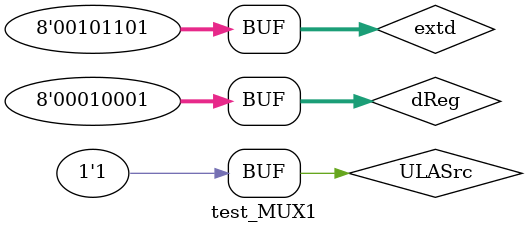
<source format=v>
module test_MUX1;
    reg [7:0] dReg;
    reg [7:0] extd;
    reg ULASrc;
    wire [7:0] out;
    initial begin
        #1 ULASrc=0; dReg = 8'b00010001; extd = 8'b00101101;

        #1 ULASrc=1; 
    end
    initial begin
        $monitor("Time=%0d, controle: ULASrc %b, in dReg: %b, in extd: %b, out: %b",
                $time, ULASrc, dReg, extd, out);
    end
    MUX1 gate1(dReg, extd, out, ULASrc);
endmodule

</source>
